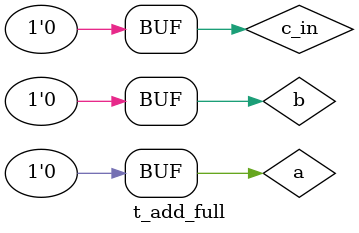
<source format=v>
`timescale 1ns / 1ps


module t_add_full();

	// Inputs
	wire sum, c_out;
	reg a, b,c_in;
	
	Full_add F2(sum, c_out, a, b, c_in); //UUT

	initial begin
	#10 a = 0; b = 0; c_in =0;
	#10 b = 1;
	#10 c_in = 1;	
	#10 a = 1;
	#10 b = 0;
	#10 c_in = 0;
	#10 a = 0;
	end
      
endmodule


</source>
